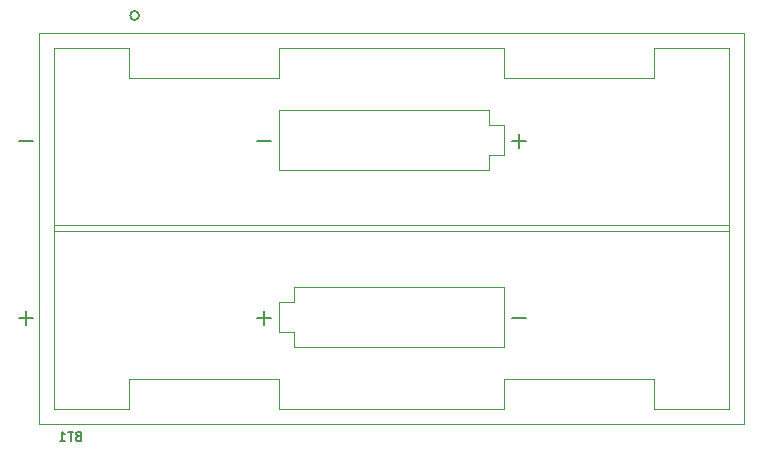
<source format=gbr>
G04 #@! TF.GenerationSoftware,KiCad,Pcbnew,(5.1.4-0-10_14)*
G04 #@! TF.CreationDate,2021-01-21T01:13:21-07:00*
G04 #@! TF.ProjectId,power-switching,706f7765-722d-4737-9769-746368696e67,rev?*
G04 #@! TF.SameCoordinates,Original*
G04 #@! TF.FileFunction,Legend,Bot*
G04 #@! TF.FilePolarity,Positive*
%FSLAX46Y46*%
G04 Gerber Fmt 4.6, Leading zero omitted, Abs format (unit mm)*
G04 Created by KiCad (PCBNEW (5.1.4-0-10_14)) date 2021-01-21 01:13:21*
%MOMM*%
%LPD*%
G04 APERTURE LIST*
%ADD10C,0.152400*%
%ADD11C,0.120000*%
%ADD12C,0.200000*%
%ADD13C,0.150000*%
G04 APERTURE END LIST*
D10*
X117883000Y-103000000D02*
G75*
G03X117883000Y-103000000I-381000J0D01*
G01*
D11*
X161475000Y-105715000D02*
X161475000Y-108255000D01*
X167850000Y-105715000D02*
X161475000Y-105715000D01*
X167850000Y-136295000D02*
X167850000Y-105715000D01*
X161475000Y-136295000D02*
X161475000Y-133755000D01*
X167850000Y-136295000D02*
X161475000Y-136295000D01*
X117025000Y-108255000D02*
X129725000Y-108255000D01*
X117025000Y-105715000D02*
X117025000Y-108255000D01*
X110680000Y-105715000D02*
X117025000Y-105715000D01*
X110680000Y-136295000D02*
X110680000Y-105715000D01*
X117025000Y-136295000D02*
X110680000Y-136295000D01*
X117025000Y-133755000D02*
X117025000Y-136295000D01*
X117025000Y-133755000D02*
X129725000Y-133755000D01*
X161475000Y-108255000D02*
X148775000Y-108255000D01*
X129725000Y-136295000D02*
X129725000Y-133755000D01*
X148775000Y-136295000D02*
X129725000Y-136295000D01*
X148775000Y-133755000D02*
X148775000Y-136295000D01*
X161475000Y-133755000D02*
X148775000Y-133755000D01*
X148775000Y-105715000D02*
X148775000Y-108255000D01*
X129725000Y-105715000D02*
X148775000Y-105715000D01*
X129725000Y-108255000D02*
X129725000Y-105715000D01*
X167850000Y-120751000D02*
X110680000Y-120751000D01*
X110680000Y-121259000D02*
X167850000Y-121259000D01*
X148775000Y-131040000D02*
X148775000Y-129770000D01*
X130995000Y-131040000D02*
X148775000Y-131040000D01*
X130995000Y-129770000D02*
X130995000Y-131040000D01*
X129725000Y-129770000D02*
X130995000Y-129770000D01*
X129725000Y-127230000D02*
X129725000Y-129770000D01*
X130995000Y-127230000D02*
X129725000Y-127230000D01*
X130995000Y-125960000D02*
X130995000Y-127230000D01*
X148775000Y-125960000D02*
X130995000Y-125960000D01*
X148775000Y-129770000D02*
X148775000Y-125960000D01*
X147505000Y-110970000D02*
X129725000Y-110970000D01*
X147505000Y-112240000D02*
X147505000Y-110970000D01*
X148775000Y-112240000D02*
X147505000Y-112240000D01*
X148775000Y-114780000D02*
X148775000Y-112240000D01*
X147505000Y-114780000D02*
X148775000Y-114780000D01*
X147505000Y-116050000D02*
X147505000Y-114780000D01*
X129725000Y-116050000D02*
X147505000Y-116050000D01*
X129725000Y-110970000D02*
X129725000Y-116050000D01*
X169120000Y-137565000D02*
X109410000Y-137565000D01*
X109410000Y-137565000D02*
X109410000Y-104445000D01*
X109410000Y-104445000D02*
X169120000Y-104445000D01*
X169120000Y-104445000D02*
X169120000Y-137565000D01*
D12*
X112728571Y-138602857D02*
X112614285Y-138640952D01*
X112576190Y-138679047D01*
X112538095Y-138755238D01*
X112538095Y-138869523D01*
X112576190Y-138945714D01*
X112614285Y-138983809D01*
X112690476Y-139021904D01*
X112995238Y-139021904D01*
X112995238Y-138221904D01*
X112728571Y-138221904D01*
X112652380Y-138260000D01*
X112614285Y-138298095D01*
X112576190Y-138374285D01*
X112576190Y-138450476D01*
X112614285Y-138526666D01*
X112652380Y-138564761D01*
X112728571Y-138602857D01*
X112995238Y-138602857D01*
X112309523Y-138221904D02*
X111852380Y-138221904D01*
X112080952Y-139021904D02*
X112080952Y-138221904D01*
X111166666Y-139021904D02*
X111623809Y-139021904D01*
X111395238Y-139021904D02*
X111395238Y-138221904D01*
X111471428Y-138336190D01*
X111547619Y-138412380D01*
X111623809Y-138450476D01*
D13*
X108861428Y-113617142D02*
X107718571Y-113617142D01*
X108861428Y-128607142D02*
X107718571Y-128607142D01*
X108290000Y-129178571D02*
X108290000Y-128035714D01*
X129026428Y-113617142D02*
X127883571Y-113617142D01*
X150616428Y-113617142D02*
X149473571Y-113617142D01*
X150045000Y-114188571D02*
X150045000Y-113045714D01*
X129026428Y-128607142D02*
X127883571Y-128607142D01*
X128455000Y-129178571D02*
X128455000Y-128035714D01*
X150616428Y-128607142D02*
X149473571Y-128607142D01*
M02*

</source>
